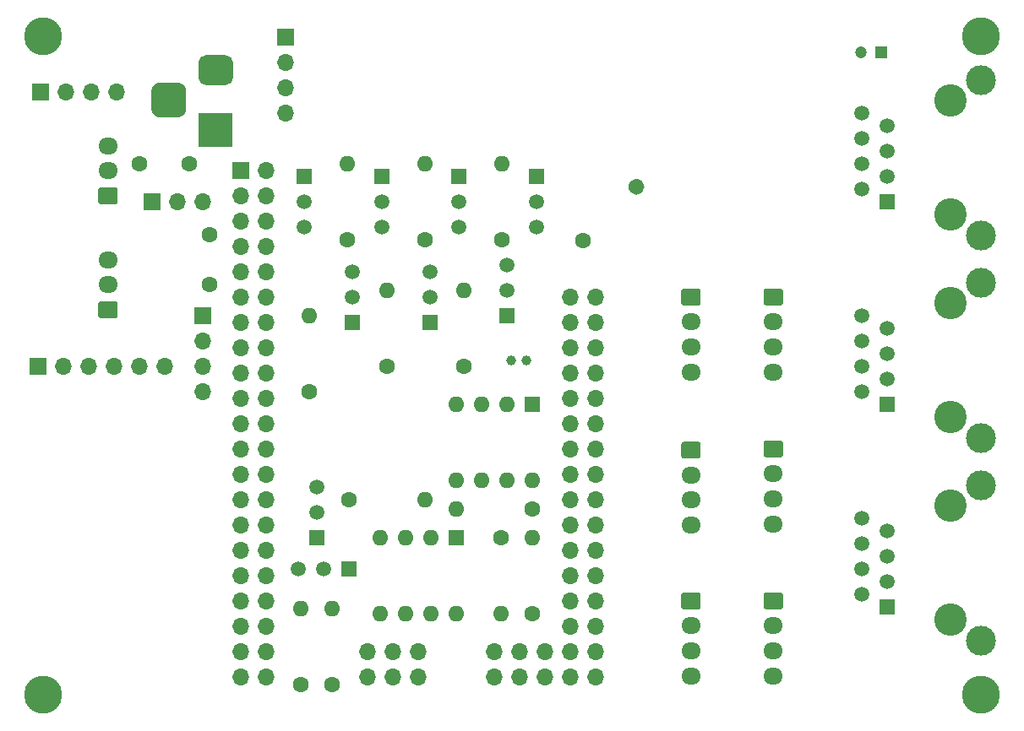
<source format=gbr>
%TF.GenerationSoftware,KiCad,Pcbnew,5.1.10-88a1d61d58~89~ubuntu20.10.1*%
%TF.CreationDate,2021-07-14T23:26:31-05:00*%
%TF.ProjectId,nutrient,6e757472-6965-46e7-942e-6b696361645f,rev?*%
%TF.SameCoordinates,Original*%
%TF.FileFunction,Soldermask,Top*%
%TF.FilePolarity,Negative*%
%FSLAX46Y46*%
G04 Gerber Fmt 4.6, Leading zero omitted, Abs format (unit mm)*
G04 Created by KiCad (PCBNEW 5.1.10-88a1d61d58~89~ubuntu20.10.1) date 2021-07-14 23:26:31*
%MOMM*%
%LPD*%
G01*
G04 APERTURE LIST*
%ADD10C,1.200000*%
%ADD11R,1.200000X1.200000*%
%ADD12C,3.800000*%
%ADD13C,2.600000*%
%ADD14O,1.600000X1.600000*%
%ADD15C,1.600000*%
%ADD16C,1.500000*%
%ADD17R,1.500000X1.500000*%
%ADD18O,1.700000X1.700000*%
%ADD19R,1.700000X1.700000*%
%ADD20R,3.500000X3.500000*%
%ADD21O,1.950000X1.700000*%
%ADD22C,3.250000*%
%ADD23C,3.000000*%
%ADD24R,1.600000X1.600000*%
%ADD25C,1.000000*%
G04 APERTURE END LIST*
D10*
%TO.C,C3*%
X184055000Y-38989000D03*
D11*
X186055000Y-38989000D03*
%TD*%
D12*
%TO.C,H4*%
X196088000Y-37338000D03*
D13*
X196088000Y-37338000D03*
%TD*%
D12*
%TO.C,H3*%
X102108000Y-37338000D03*
D13*
X102108000Y-37338000D03*
%TD*%
D12*
%TO.C,H2*%
X196088000Y-103378000D03*
D13*
X196088000Y-103378000D03*
%TD*%
D12*
%TO.C,H1*%
X102108000Y-103378000D03*
D13*
X102108000Y-103378000D03*
%TD*%
D14*
%TO.C,R2*%
X131064000Y-94742000D03*
D15*
X131064000Y-102362000D03*
%TD*%
D14*
%TO.C,R1*%
X127889000Y-94742000D03*
D15*
X127889000Y-102362000D03*
%TD*%
%TO.C,C2*%
X116760000Y-50165000D03*
X111760000Y-50165000D03*
%TD*%
%TO.C,C1*%
X118745000Y-62230000D03*
X118745000Y-57230000D03*
%TD*%
D16*
%TO.C,Q6*%
X133096000Y-63500000D03*
X133096000Y-60960000D03*
D17*
X133096000Y-66040000D03*
%TD*%
D18*
%TO.C,JI2C1*%
X118110000Y-73025000D03*
X118110000Y-70485000D03*
X118110000Y-67945000D03*
D19*
X118110000Y-65405000D03*
%TD*%
D20*
%TO.C,JDC1*%
X119380000Y-46736000D03*
G36*
G01*
X118380000Y-39236000D02*
X120380000Y-39236000D01*
G75*
G02*
X121130000Y-39986000I0J-750000D01*
G01*
X121130000Y-41486000D01*
G75*
G02*
X120380000Y-42236000I-750000J0D01*
G01*
X118380000Y-42236000D01*
G75*
G02*
X117630000Y-41486000I0J750000D01*
G01*
X117630000Y-39986000D01*
G75*
G02*
X118380000Y-39236000I750000J0D01*
G01*
G37*
G36*
G01*
X113805000Y-41986000D02*
X115555000Y-41986000D01*
G75*
G02*
X116430000Y-42861000I0J-875000D01*
G01*
X116430000Y-44611000D01*
G75*
G02*
X115555000Y-45486000I-875000J0D01*
G01*
X113805000Y-45486000D01*
G75*
G02*
X112930000Y-44611000I0J875000D01*
G01*
X112930000Y-42861000D01*
G75*
G02*
X113805000Y-41986000I875000J0D01*
G01*
G37*
%TD*%
D21*
%TO.C,J8*%
X108585000Y-48340000D03*
X108585000Y-50840000D03*
G36*
G01*
X109310000Y-54190000D02*
X107860000Y-54190000D01*
G75*
G02*
X107610000Y-53940000I0J250000D01*
G01*
X107610000Y-52740000D01*
G75*
G02*
X107860000Y-52490000I250000J0D01*
G01*
X109310000Y-52490000D01*
G75*
G02*
X109560000Y-52740000I0J-250000D01*
G01*
X109560000Y-53940000D01*
G75*
G02*
X109310000Y-54190000I-250000J0D01*
G01*
G37*
%TD*%
%TO.C,J7*%
X108585000Y-59770000D03*
X108585000Y-62270000D03*
G36*
G01*
X109310000Y-65620000D02*
X107860000Y-65620000D01*
G75*
G02*
X107610000Y-65370000I0J250000D01*
G01*
X107610000Y-64170000D01*
G75*
G02*
X107860000Y-63920000I250000J0D01*
G01*
X109310000Y-63920000D01*
G75*
G02*
X109560000Y-64170000I0J-250000D01*
G01*
X109560000Y-65370000D01*
G75*
G02*
X109310000Y-65620000I-250000J0D01*
G01*
G37*
%TD*%
D18*
%TO.C,JI2C3*%
X126365000Y-45085000D03*
X126365000Y-42545000D03*
X126365000Y-40005000D03*
D19*
X126365000Y-37465000D03*
%TD*%
%TO.C,JSPI1*%
X101600000Y-70485000D03*
D18*
X104140000Y-70485000D03*
X106680000Y-70485000D03*
X109220000Y-70485000D03*
X111760000Y-70485000D03*
X114300000Y-70485000D03*
%TD*%
D22*
%TO.C,JS2*%
X193040000Y-64135000D03*
D23*
X196090000Y-62080000D03*
D22*
X193040000Y-75565000D03*
D16*
X186690000Y-71755000D03*
X186690000Y-69215000D03*
X184150000Y-70485000D03*
X186690000Y-66675000D03*
D17*
X186690000Y-74295000D03*
D16*
X184150000Y-73025000D03*
D23*
X196090000Y-77620000D03*
D16*
X184150000Y-65405000D03*
X184150000Y-67945000D03*
%TD*%
D14*
%TO.C,U1*%
X143510000Y-95250000D03*
X135890000Y-87630000D03*
X140970000Y-95250000D03*
X138430000Y-87630000D03*
X138430000Y-95250000D03*
X140970000Y-87630000D03*
X135890000Y-95250000D03*
D24*
X143510000Y-87630000D03*
%TD*%
D18*
%TO.C,JI2C2*%
X109474000Y-42926000D03*
X106934000Y-42926000D03*
X104394000Y-42926000D03*
D19*
X101854000Y-42926000D03*
%TD*%
D21*
%TO.C,J3*%
X175260000Y-86240000D03*
X175260000Y-83740000D03*
X175260000Y-81240000D03*
G36*
G01*
X174535000Y-77890000D02*
X175985000Y-77890000D01*
G75*
G02*
X176235000Y-78140000I0J-250000D01*
G01*
X176235000Y-79340000D01*
G75*
G02*
X175985000Y-79590000I-250000J0D01*
G01*
X174535000Y-79590000D01*
G75*
G02*
X174285000Y-79340000I0J250000D01*
G01*
X174285000Y-78140000D01*
G75*
G02*
X174535000Y-77890000I250000J0D01*
G01*
G37*
%TD*%
D25*
%TO.C,Y1*%
X148995000Y-69850000D03*
X150495000Y-69850000D03*
%TD*%
D21*
%TO.C,J1*%
X175260000Y-101480000D03*
X175260000Y-98980000D03*
X175260000Y-96480000D03*
G36*
G01*
X174535000Y-93130000D02*
X175985000Y-93130000D01*
G75*
G02*
X176235000Y-93380000I0J-250000D01*
G01*
X176235000Y-94580000D01*
G75*
G02*
X175985000Y-94830000I-250000J0D01*
G01*
X174535000Y-94830000D01*
G75*
G02*
X174285000Y-94580000I0J250000D01*
G01*
X174285000Y-93380000D01*
G75*
G02*
X174535000Y-93130000I250000J0D01*
G01*
G37*
%TD*%
D18*
%TO.C,XA1*%
X154940000Y-96520000D03*
X157480000Y-96520000D03*
X124460000Y-86360000D03*
X121920000Y-93980000D03*
D19*
X121920000Y-50800000D03*
D18*
X154940000Y-83820000D03*
X124460000Y-58420000D03*
X124460000Y-83820000D03*
X124460000Y-60960000D03*
X124460000Y-76200000D03*
X124460000Y-73660000D03*
X157480000Y-88900000D03*
X121920000Y-73660000D03*
X124460000Y-71120000D03*
X121920000Y-55880000D03*
X121920000Y-63500000D03*
X124460000Y-88900000D03*
X124460000Y-68580000D03*
X124460000Y-93980000D03*
X121920000Y-66040000D03*
X121920000Y-91440000D03*
X121920000Y-58420000D03*
X121920000Y-71120000D03*
X157480000Y-93980000D03*
X121920000Y-83820000D03*
X152400000Y-99060000D03*
X124460000Y-81280000D03*
X134620000Y-99060000D03*
X147320000Y-101600000D03*
X149860000Y-101600000D03*
X157480000Y-91440000D03*
X157480000Y-71120000D03*
X157480000Y-78740000D03*
X157480000Y-86360000D03*
X137160000Y-101600000D03*
X137160000Y-99060000D03*
X154940000Y-91440000D03*
X154940000Y-78740000D03*
X124460000Y-99060000D03*
X157480000Y-76200000D03*
X157480000Y-63500000D03*
X139700000Y-99060000D03*
X152400000Y-101600000D03*
X121920000Y-86360000D03*
X121920000Y-99060000D03*
X154940000Y-81280000D03*
X124460000Y-78740000D03*
X124460000Y-91440000D03*
X154940000Y-63500000D03*
X154940000Y-76200000D03*
X157480000Y-66040000D03*
X124460000Y-101600000D03*
X157480000Y-73660000D03*
X154940000Y-66040000D03*
X157480000Y-101600000D03*
X154940000Y-101600000D03*
X154940000Y-73660000D03*
X157480000Y-99060000D03*
X121920000Y-88900000D03*
X154940000Y-99060000D03*
X121920000Y-96520000D03*
X134620000Y-101600000D03*
X157480000Y-83820000D03*
X157480000Y-68580000D03*
X121920000Y-53340000D03*
X121920000Y-68580000D03*
X124460000Y-66040000D03*
X124460000Y-50800000D03*
X124460000Y-53340000D03*
X147320000Y-99060000D03*
X157480000Y-81280000D03*
X124460000Y-63500000D03*
X154940000Y-93980000D03*
X124460000Y-55880000D03*
X121920000Y-76200000D03*
X124460000Y-96520000D03*
X139700000Y-101600000D03*
X121920000Y-81280000D03*
X149860000Y-99060000D03*
X154940000Y-68580000D03*
X154940000Y-71120000D03*
X154940000Y-88900000D03*
X121920000Y-101600000D03*
X154940000Y-86360000D03*
X121920000Y-60960000D03*
X121920000Y-78740000D03*
%TD*%
D14*
%TO.C,RQ7*%
X144272000Y-62865000D03*
D15*
X144272000Y-70485000D03*
%TD*%
D16*
%TO.C,Q7*%
X148590000Y-62865000D03*
X148590000Y-60325000D03*
D17*
X148590000Y-65405000D03*
%TD*%
D22*
%TO.C,JM1*%
X193040000Y-43815000D03*
D23*
X196090000Y-41760000D03*
D22*
X193040000Y-55245000D03*
D16*
X186690000Y-51435000D03*
X186690000Y-48895000D03*
X184150000Y-50165000D03*
X186690000Y-46355000D03*
D17*
X186690000Y-53975000D03*
D16*
X184150000Y-52705000D03*
D23*
X196090000Y-57300000D03*
D16*
X184150000Y-45085000D03*
X184150000Y-47625000D03*
%TD*%
D21*
%TO.C,J2*%
X167005000Y-101480000D03*
X167005000Y-98980000D03*
X167005000Y-96480000D03*
G36*
G01*
X166280000Y-93130000D02*
X167730000Y-93130000D01*
G75*
G02*
X167980000Y-93380000I0J-250000D01*
G01*
X167980000Y-94580000D01*
G75*
G02*
X167730000Y-94830000I-250000J0D01*
G01*
X166280000Y-94830000D01*
G75*
G02*
X166030000Y-94580000I0J250000D01*
G01*
X166030000Y-93380000D01*
G75*
G02*
X166280000Y-93130000I250000J0D01*
G01*
G37*
%TD*%
D18*
%TO.C,JP1*%
X118110000Y-53975000D03*
X115570000Y-53975000D03*
D19*
X113030000Y-53975000D03*
%TD*%
D22*
%TO.C,JS1*%
X193040000Y-84455000D03*
D23*
X196090000Y-82400000D03*
D22*
X193040000Y-95885000D03*
D16*
X186690000Y-92075000D03*
X186690000Y-89535000D03*
X184150000Y-90805000D03*
X186690000Y-86995000D03*
D17*
X186690000Y-94615000D03*
D16*
X184150000Y-93345000D03*
D23*
X196090000Y-97940000D03*
D16*
X184150000Y-85725000D03*
X184150000Y-88265000D03*
%TD*%
D14*
%TO.C,RQ2*%
X132588000Y-50165000D03*
D15*
X132588000Y-57785000D03*
%TD*%
D14*
%TO.C,RQ1*%
X140335000Y-50165000D03*
D15*
X140335000Y-57785000D03*
%TD*%
D16*
%TO.C,Q2*%
X128270000Y-53975000D03*
X128270000Y-56515000D03*
D17*
X128270000Y-51435000D03*
%TD*%
D16*
%TO.C,Q1*%
X136017000Y-53975000D03*
X136017000Y-56515000D03*
D17*
X136017000Y-51435000D03*
%TD*%
D14*
%TO.C,U2*%
X151130000Y-81915000D03*
X143510000Y-74295000D03*
X148590000Y-81915000D03*
X146050000Y-74295000D03*
X146050000Y-81915000D03*
X148590000Y-74295000D03*
X143510000Y-81915000D03*
D24*
X151130000Y-74295000D03*
%TD*%
D14*
%TO.C,R3*%
X140335000Y-83820000D03*
D15*
X132715000Y-83820000D03*
%TD*%
D14*
%TO.C,R20*%
X151130000Y-87630000D03*
D15*
X151130000Y-95250000D03*
%TD*%
D14*
%TO.C,R21*%
X143510000Y-84772500D03*
D15*
X151130000Y-84772500D03*
%TD*%
D14*
%TO.C,R4*%
X147955000Y-95250000D03*
D15*
X147955000Y-87630000D03*
%TD*%
D14*
%TO.C,RQ6*%
X128778000Y-65405000D03*
D15*
X128778000Y-73025000D03*
%TD*%
D14*
%TO.C,RQ5*%
X136525000Y-62865000D03*
D15*
X136525000Y-70485000D03*
%TD*%
D14*
%TO.C,RQ4*%
X148082000Y-50165000D03*
D15*
X148082000Y-57785000D03*
%TD*%
%TO.C,RQ3*%
G36*
G01*
X160978315Y-53016685D02*
X160978315Y-53016685D01*
G75*
G02*
X160978315Y-51885315I565685J565685D01*
G01*
X160978315Y-51885315D01*
G75*
G02*
X162109685Y-51885315I565685J-565685D01*
G01*
X162109685Y-51885315D01*
G75*
G02*
X162109685Y-53016685I-565685J-565685D01*
G01*
X162109685Y-53016685D01*
G75*
G02*
X160978315Y-53016685I-565685J565685D01*
G01*
G37*
X156155846Y-57839154D03*
%TD*%
D17*
%TO.C,QSO1*%
X129540000Y-87630000D03*
D16*
X129540000Y-82550000D03*
X129540000Y-85090000D03*
%TD*%
D17*
%TO.C,QSS1*%
X132715000Y-90805000D03*
D16*
X127635000Y-90805000D03*
X130175000Y-90805000D03*
%TD*%
%TO.C,Q5*%
X140843000Y-63500000D03*
X140843000Y-60960000D03*
D17*
X140843000Y-66040000D03*
%TD*%
D16*
%TO.C,Q4*%
X143764000Y-53975000D03*
X143764000Y-56515000D03*
D17*
X143764000Y-51435000D03*
%TD*%
D16*
%TO.C,Q3*%
X151511000Y-53975000D03*
X151511000Y-56515000D03*
D17*
X151511000Y-51435000D03*
%TD*%
D21*
%TO.C,J6*%
X167005000Y-71000000D03*
X167005000Y-68500000D03*
X167005000Y-66000000D03*
G36*
G01*
X166280000Y-62650000D02*
X167730000Y-62650000D01*
G75*
G02*
X167980000Y-62900000I0J-250000D01*
G01*
X167980000Y-64100000D01*
G75*
G02*
X167730000Y-64350000I-250000J0D01*
G01*
X166280000Y-64350000D01*
G75*
G02*
X166030000Y-64100000I0J250000D01*
G01*
X166030000Y-62900000D01*
G75*
G02*
X166280000Y-62650000I250000J0D01*
G01*
G37*
%TD*%
%TO.C,J5*%
X175260000Y-71000000D03*
X175260000Y-68500000D03*
X175260000Y-66000000D03*
G36*
G01*
X174535000Y-62650000D02*
X175985000Y-62650000D01*
G75*
G02*
X176235000Y-62900000I0J-250000D01*
G01*
X176235000Y-64100000D01*
G75*
G02*
X175985000Y-64350000I-250000J0D01*
G01*
X174535000Y-64350000D01*
G75*
G02*
X174285000Y-64100000I0J250000D01*
G01*
X174285000Y-62900000D01*
G75*
G02*
X174535000Y-62650000I250000J0D01*
G01*
G37*
%TD*%
%TO.C,J4*%
X167005000Y-86360000D03*
X167005000Y-83860000D03*
X167005000Y-81360000D03*
G36*
G01*
X166280000Y-78010000D02*
X167730000Y-78010000D01*
G75*
G02*
X167980000Y-78260000I0J-250000D01*
G01*
X167980000Y-79460000D01*
G75*
G02*
X167730000Y-79710000I-250000J0D01*
G01*
X166280000Y-79710000D01*
G75*
G02*
X166030000Y-79460000I0J250000D01*
G01*
X166030000Y-78260000D01*
G75*
G02*
X166280000Y-78010000I250000J0D01*
G01*
G37*
%TD*%
M02*

</source>
